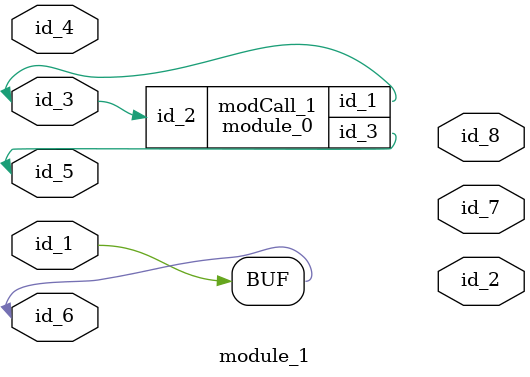
<source format=v>
module module_0 (
    id_1,
    id_2,
    id_3
);
  inout wire id_3;
  input wire id_2;
  inout wire id_1;
  assign id_3 = 1;
endmodule
module module_1 (
    id_1,
    id_2,
    id_3,
    id_4,
    id_5,
    id_6,
    id_7,
    id_8
);
  output wire id_8;
  output wire id_7;
  inout wire id_6;
  inout wire id_5;
  input wire id_4;
  inout wire id_3;
  output wire id_2;
  inout wire id_1;
  always @* if (1) id_6 <= id_1;
  module_0 modCall_1 (
      id_3,
      id_3,
      id_5
  );
endmodule

</source>
